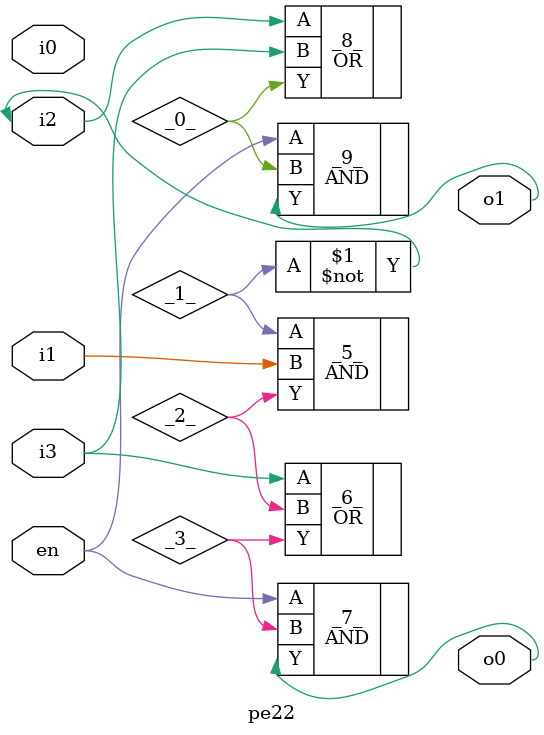
<source format=v>
/* Generated by Yosys 0.41+83 (git sha1 7045cf509, x86_64-w64-mingw32-g++ 13.2.1 -Os) */

/* cells_not_processed =  1  */
/* src = "pe22.v:1.1-9.10" */
module pe22(i3, i2, i1, i0, en, o0, o1);
  wire _0_;
  wire _1_;
  wire _2_;
  wire _3_;
  /* src = "pe22.v:3.23-3.25" */
  input en;
  wire en;
  /* src = "pe22.v:3.20-3.22" */
  input i0;
  wire i0;
  /* src = "pe22.v:3.17-3.19" */
  input i1;
  wire i1;
  /* src = "pe22.v:3.14-3.16" */
  input i2;
  wire i2;
  /* src = "pe22.v:3.11-3.13" */
  input i3;
  wire i3;
  /* src = "pe22.v:4.12-4.14" */
  output o0;
  wire o0;
  /* src = "pe22.v:4.15-4.17" */
  output o1;
  wire o1;
  not _4_ (
    .A(i2),
    .Y(_1_)
  );
  AND _5_ (
    .A(_1_),
    .B(i1),
    .Y(_2_)
  );
  OR _6_ (
    .A(i3),
    .B(_2_),
    .Y(_3_)
  );
  AND _7_ (
    .A(en),
    .B(_3_),
    .Y(o0)
  );
  OR _8_ (
    .A(i2),
    .B(i3),
    .Y(_0_)
  );
  AND _9_ (
    .A(en),
    .B(_0_),
    .Y(o1)
  );
endmodule

</source>
